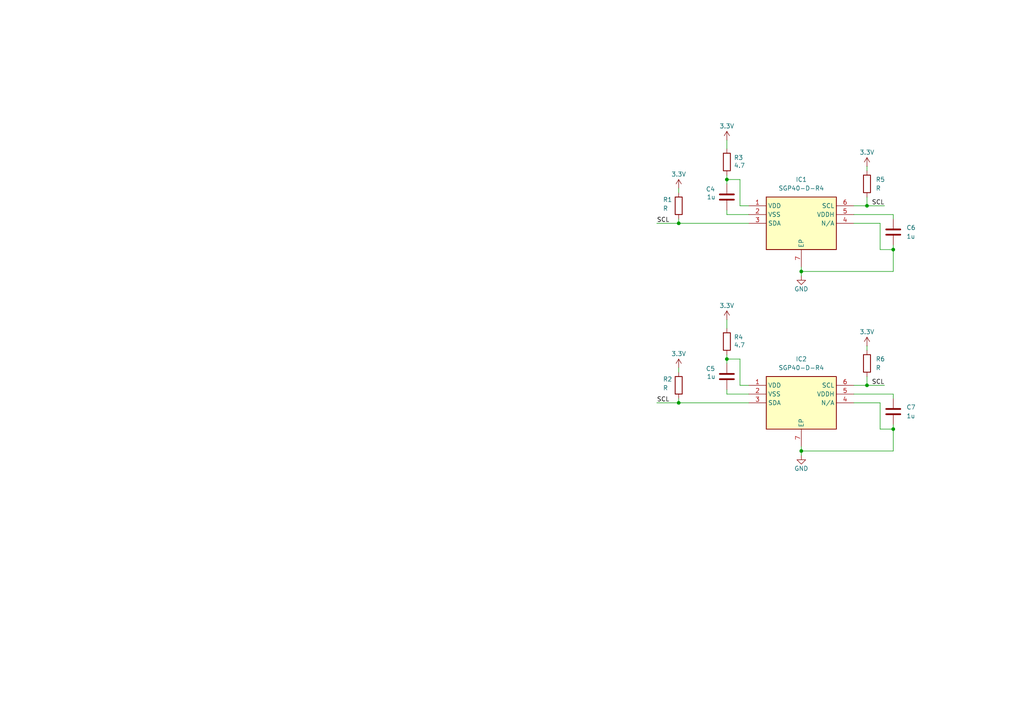
<source format=kicad_sch>
(kicad_sch (version 20231120) (generator "eeschema") (generator_version "8.0")
  (paper "A4")
  (lib_symbols
    (symbol "Device:C" (pin_numbers hide) (pin_names (offset 0.254))
      (property "Reference" "C" (at 0.635 2.54 0))
      (property "Value" "C" (at 0.635 -2.54 0))
      (symbol "C_0_1"
        (polyline (pts (xy -2.032 -0.762) (xy 2.032 -0.762)) (stroke (width 0.508)))
        (polyline (pts (xy -2.032 0.762) (xy 2.032 0.762)) (stroke (width 0.508)))
      )
      (symbol "C_1_1"
        (pin passive line (at 0 3.81 270) (length 2.794) (name "~") (number "1"))
        (pin passive line (at 0 -3.81 90) (length 2.794) (name "~") (number "2"))
      )
    )
    (symbol "Device:R" (pin_numbers hide) (pin_names (offset 0))
      (property "Reference" "R" (at 2.032 0 90))
      (property "Value" "R" (at 0 0 90))
      (symbol "R_0_1"
        (rectangle (start -1.016 -2.54) (end 1.016 2.54) (stroke (width 0.254)))
      )
      (symbol "R_1_1"
        (pin passive line (at 0 3.81 270) (length 1.27) (name "~") (number "1"))
        (pin passive line (at 0 -3.81 90) (length 1.27) (name "~") (number "2"))
      )
    )
    (symbol "Library:+5V" (power) (pin_numbers hide) (pin_names (offset 0) hide)
      (property "Value" "+5V" (at 0 3.556 0))
      (symbol "+5V_0_1"
        (polyline (pts (xy -0.762 1.27) (xy 0 2.54)))
        (polyline (pts (xy 0 0) (xy 0 2.54)))
        (polyline (pts (xy 0 2.54) (xy 0.762 1.27)))
      )
      (symbol "+5V_1_1"
        (pin power_in line (at 0 0 90) (length 0) (name "~") (number "1"))
      )
    )
    (symbol "SGP40:SGP40-D-R4"
      (property "Reference" "IC" (at 26.67 7.62 0))
      (property "Value" "SGP40-D-R4" (at 26.67 5.08 0))
      (symbol "SGP40-D-R4_1_1"
        (rectangle (start 5.08 2.54) (end 25.4 -12.7) (stroke (width 0.254)) (fill (type background)))
        (pin passive line (at 0 0 0) (length 5.08) (name "VDD") (number "1"))
        (pin passive line (at 0 -2.54 0) (length 5.08) (name "VSS") (number "2"))
        (pin passive line (at 0 -5.08 0) (length 5.08) (name "SDA") (number "3"))
        (pin passive line (at 30.48 -5.08 180) (length 5.08) (name "N/A") (number "4"))
        (pin passive line (at 30.48 -2.54 180) (length 5.08) (name "VDDH") (number "5"))
        (pin passive line (at 30.48 0 180) (length 5.08) (name "SCL") (number "6"))
        (pin passive line (at 15.24 -17.78 90) (length 5.08) (name "EP") (number "7"))
      )
    )
    (symbol "power:GND" (power) (pin_numbers hide) (pin_names (offset 0) hide)
      (property "Value" "GND" (at 0 -3.81 0))
      (symbol "GND_0_1"
        (polyline (pts (xy 0 0) (xy 0 -1.27) (xy 1.27 -1.27) (xy 0 -2.54) (xy -1.27 -1.27) (xy 0 -1.27)))
      )
      (symbol "GND_1_1"
        (pin power_in line (at 0 0 270) (length 0) (name "~") (number "1"))
      )
    )
  )
  (junction (at 259.08 124.46))
  (junction (at 232.41 130.81))
  (junction (at 251.46 59.69))
  (junction (at 196.85 116.84))
  (junction (at 232.41 78.74))
  (junction (at 251.46 111.76))
  (junction (at 210.82 104.14))
  (junction (at 210.82 52.07))
  (junction (at 196.85 64.77))
  (junction (at 259.08 72.39))
  (wire (pts (xy 210.82 40.64) (xy 210.82 43.18)))
  (wire (pts (xy 196.85 116.84) (xy 196.85 115.57)))
  (wire (pts (xy 251.46 111.76) (xy 251.46 109.22)))
  (wire (pts (xy 251.46 111.76) (xy 256.54 111.76)))
  (wire (pts (xy 251.46 100.33) (xy 251.46 101.6)))
  (wire (pts (xy 217.17 116.84) (xy 196.85 116.84)))
  (wire (pts (xy 232.41 78.74) (xy 232.41 80.01)))
  (wire (pts (xy 210.82 62.23) (xy 217.17 62.23)))
  (wire (pts (xy 210.82 52.07) (xy 210.82 53.34)))
  (wire (pts (xy 210.82 50.8) (xy 210.82 52.07)))
  (wire (pts (xy 196.85 106.68) (xy 196.85 107.95)))
  (wire (pts (xy 214.63 104.14) (xy 210.82 104.14)))
  (wire (pts (xy 255.27 72.39) (xy 259.08 72.39)))
  (wire (pts (xy 232.41 78.74) (xy 259.08 78.74)))
  (wire (pts (xy 232.41 130.81) (xy 259.08 130.81)))
  (wire (pts (xy 232.41 130.81) (xy 232.41 132.08)))
  (wire (pts (xy 210.82 102.87) (xy 210.82 104.14)))
  (wire (pts (xy 196.85 54.61) (xy 196.85 55.88)))
  (wire (pts (xy 217.17 59.69) (xy 214.63 59.69)))
  (wire (pts (xy 247.65 114.3) (xy 259.08 114.3)))
  (wire (pts (xy 232.41 77.47) (xy 232.41 78.74)))
  (wire (pts (xy 255.27 116.84) (xy 255.27 124.46)))
  (wire (pts (xy 251.46 59.69) (xy 256.54 59.69)))
  (wire (pts (xy 217.17 111.76) (xy 214.63 111.76)))
  (wire (pts (xy 210.82 92.71) (xy 210.82 95.25)))
  (wire (pts (xy 247.65 111.76) (xy 251.46 111.76)))
  (wire (pts (xy 251.46 48.26) (xy 251.46 49.53)))
  (wire (pts (xy 217.17 64.77) (xy 196.85 64.77)))
  (wire (pts (xy 259.08 78.74) (xy 259.08 72.39)))
  (wire (pts (xy 214.63 52.07) (xy 210.82 52.07)))
  (wire (pts (xy 259.08 130.81) (xy 259.08 124.46)))
  (wire (pts (xy 214.63 59.69) (xy 214.63 52.07)))
  (wire (pts (xy 196.85 64.77) (xy 196.85 63.5)))
  (wire (pts (xy 247.65 116.84) (xy 255.27 116.84)))
  (wire (pts (xy 255.27 64.77) (xy 255.27 72.39)))
  (wire (pts (xy 190.5 116.84) (xy 196.85 116.84)))
  (wire (pts (xy 210.82 114.3) (xy 217.17 114.3)))
  (wire (pts (xy 247.65 59.69) (xy 251.46 59.69)))
  (wire (pts (xy 190.5 64.77) (xy 196.85 64.77)))
  (wire (pts (xy 232.41 129.54) (xy 232.41 130.81)))
  (wire (pts (xy 214.63 111.76) (xy 214.63 104.14)))
  (wire (pts (xy 259.08 72.39) (xy 259.08 71.12)))
  (wire (pts (xy 210.82 60.96) (xy 210.82 62.23)))
  (wire (pts (xy 255.27 124.46) (xy 259.08 124.46)))
  (wire (pts (xy 259.08 114.3) (xy 259.08 115.57)))
  (wire (pts (xy 210.82 113.03) (xy 210.82 114.3)))
  (wire (pts (xy 259.08 124.46) (xy 259.08 123.19)))
  (wire (pts (xy 259.08 62.23) (xy 259.08 63.5)))
  (wire (pts (xy 251.46 59.69) (xy 251.46 57.15)))
  (wire (pts (xy 210.82 104.14) (xy 210.82 105.41)))
  (wire (pts (xy 247.65 64.77) (xy 255.27 64.77)))
  (wire (pts (xy 247.65 62.23) (xy 259.08 62.23)))
  (label "SCL" (at 256.54 111.76 180))
  (label "SCL" (at 190.5 64.77 0))
  (label "SCL" (at 256.54 59.69 180))
  (label "SCL" (at 190.5 116.84 0))
  (symbol (lib_id "SGP40:SGP40-D-R4") (at 217.17 111.76 0) (unit 1)
    (property "Reference" "IC2" (at 232.41 104.14 0))
    (property "Value" "SGP40-D-R4" (at 232.41 106.68 0))
    (property "Footprint" "SON80P244X244X95-7N" (effects (hide yes)))
    (property "Description" "Air Quality Sensors Gas Sensor 2.5k pcs IC" (effects (hide yes)))
    (property "Height" "0.95" (effects (hide yes)))
    (property "Mouser Part Number" "403-SGP40-D-R4" (effects (hide yes)))
    (property "Mouser Price/Stock" "https://www.mouser.co.uk/ProductDetail/Sensirion/SGP40-D-R4?qs=yqaQSyyJnNgaRqiZfsbS1Q%3D%3D" (effects (hide yes)))
    (property "Manufacturer_Name" "Sensirion" (effects (hide yes)))
    (property "Manufacturer_Part_Number" "SGP40-D-R4" (effects (hide yes)))
  )
  (symbol (lib_id "Device:C") (at 259.08 119.38 0) (unit 1)
    (property "Reference" "C7" (at 262.89 118.1099 0) (effects (justify left)))
    (property "Value" "1u" (at 262.89 120.6499 0) (effects (justify left)))
    (property "Description" "Unpolarized capacitor" (effects (hide yes)))
  )
  (symbol (lib_id "Device:R") (at 251.46 53.34 0) (unit 1)
    (property "Reference" "R5" (at 254 52.0699 0) (effects (justify left)))
    (property "Value" "R" (at 254 54.6099 0) (effects (justify left)))
    (property "Description" "Resistor" (effects (hide yes)))
  )
  (symbol (lib_id "power:GND") (at 232.41 132.08 0) (unit 1)
    (property "Reference" "#PWR9" (effects (hide yes)))
    (property "Value" "GND" (at 232.41 135.89 0))
    (property "Description" "Power symbol creates a global label with name \"GND\" , ground" (effects (hide yes)))
  )
  (symbol (lib_id "Library:+5V") (at 196.85 106.68 0) (unit 1)
    (property "Reference" "#PWR5" (effects (hide yes)))
    (property "Value" "3.3V" (at 196.85 102.616 0))
    (property "Description" "Power symbol creates a global label with name \"+5V\"" (effects (hide yes)))
  )
  (symbol (lib_id "Device:R") (at 196.85 59.69 0) (unit 1)
    (property "Reference" "R1" (at 192.278 57.912 0) (effects (justify left)))
    (property "Value" "R" (at 192.278 60.452 0) (effects (justify left)))
    (property "Description" "Resistor" (effects (hide yes)))
  )
  (symbol (lib_id "Library:+5V") (at 251.46 100.33 0) (unit 1)
    (property "Reference" "#PWR11" (effects (hide yes)))
    (property "Value" "3.3V" (at 251.46 96.266 0))
    (property "Description" "Power symbol creates a global label with name \"+5V\"" (effects (hide yes)))
  )
  (symbol (lib_id "Device:R") (at 196.85 111.76 0) (unit 1)
    (property "Reference" "R2" (at 192.278 109.982 0) (effects (justify left)))
    (property "Value" "R" (at 192.278 112.522 0) (effects (justify left)))
    (property "Description" "Resistor" (effects (hide yes)))
  )
  (symbol (lib_id "SGP40:SGP40-D-R4") (at 217.17 59.69 0) (unit 1)
    (property "Reference" "IC1" (at 232.41 52.07 0))
    (property "Value" "SGP40-D-R4" (at 232.41 54.61 0))
    (property "Footprint" "SON80P244X244X95-7N" (effects (hide yes)))
    (property "Description" "Air Quality Sensors Gas Sensor 2.5k pcs IC" (effects (hide yes)))
    (property "Height" "0.95" (effects (hide yes)))
    (property "Mouser Part Number" "403-SGP40-D-R4" (effects (hide yes)))
    (property "Mouser Price/Stock" "https://www.mouser.co.uk/ProductDetail/Sensirion/SGP40-D-R4?qs=yqaQSyyJnNgaRqiZfsbS1Q%3D%3D" (effects (hide yes)))
    (property "Manufacturer_Name" "Sensirion" (effects (hide yes)))
    (property "Manufacturer_Part_Number" "SGP40-D-R4" (effects (hide yes)))
  )
  (symbol (lib_id "Library:+5V") (at 196.85 54.61 0) (unit 1)
    (property "Reference" "#PWR4" (effects (hide yes)))
    (property "Value" "3.3V" (at 196.85 50.546 0))
    (property "Description" "Power symbol creates a global label with name \"+5V\"" (effects (hide yes)))
  )
  (symbol (lib_id "Library:+5V") (at 251.46 48.26 0) (unit 1)
    (property "Reference" "#PWR10" (effects (hide yes)))
    (property "Value" "3.3V" (at 251.46 44.196 0))
    (property "Description" "Power symbol creates a global label with name \"+5V\"" (effects (hide yes)))
  )
  (symbol (lib_id "Device:R") (at 210.82 99.06 0) (unit 1)
    (property "Reference" "R4" (at 212.852 97.79 0) (effects (justify left)))
    (property "Value" "4.7" (at 212.852 100.076 0) (effects (justify left)))
    (property "Description" "Resistor" (effects (hide yes)))
  )
  (symbol (lib_id "Library:+5V") (at 210.82 40.64 0) (unit 1)
    (property "Reference" "#PWR6" (effects (hide yes)))
    (property "Value" "3.3V" (at 210.82 36.576 0))
    (property "Description" "Power symbol creates a global label with name \"+5V\"" (effects (hide yes)))
  )
  (symbol (lib_id "Device:R") (at 210.82 46.99 0) (unit 1)
    (property "Reference" "R3" (at 212.852 45.72 0) (effects (justify left)))
    (property "Value" "4.7" (at 212.852 48.006 0) (effects (justify left)))
    (property "Description" "Resistor" (effects (hide yes)))
  )
  (symbol (lib_id "Device:C") (at 210.82 109.22 0) (unit 1)
    (property "Reference" "C5" (at 204.724 106.934 0) (effects (justify left)))
    (property "Value" "1u" (at 204.978 109.22 0) (effects (justify left)))
    (property "Description" "Unpolarized capacitor" (effects (hide yes)))
  )
  (symbol (lib_id "Device:C") (at 259.08 67.31 0) (unit 1)
    (property "Reference" "C6" (at 262.89 66.0399 0) (effects (justify left)))
    (property "Value" "1u" (at 262.89 68.5799 0) (effects (justify left)))
    (property "Description" "Unpolarized capacitor" (effects (hide yes)))
  )
  (symbol (lib_id "power:GND") (at 232.41 80.01 0) (unit 1)
    (property "Reference" "#PWR8" (effects (hide yes)))
    (property "Value" "GND" (at 232.41 83.82 0))
    (property "Description" "Power symbol creates a global label with name \"GND\" , ground" (effects (hide yes)))
  )
  (symbol (lib_id "Device:C") (at 210.82 57.15 0) (unit 1)
    (property "Reference" "C4" (at 204.724 54.864 0) (effects (justify left)))
    (property "Value" "1u" (at 204.978 57.15 0) (effects (justify left)))
    (property "Description" "Unpolarized capacitor" (effects (hide yes)))
  )
  (symbol (lib_id "Device:R") (at 251.46 105.41 0) (unit 1)
    (property "Reference" "R6" (at 254 104.1399 0) (effects (justify left)))
    (property "Value" "R" (at 254 106.6799 0) (effects (justify left)))
    (property "Description" "Resistor" (effects (hide yes)))
  )
  (symbol (lib_id "Library:+5V") (at 210.82 92.71 0) (unit 1)
    (property "Reference" "#PWR7" (effects (hide yes)))
    (property "Value" "3.3V" (at 210.82 88.646 0))
    (property "Description" "Power symbol creates a global label with name \"+5V\"" (effects (hide yes)))
  )
)
</source>
